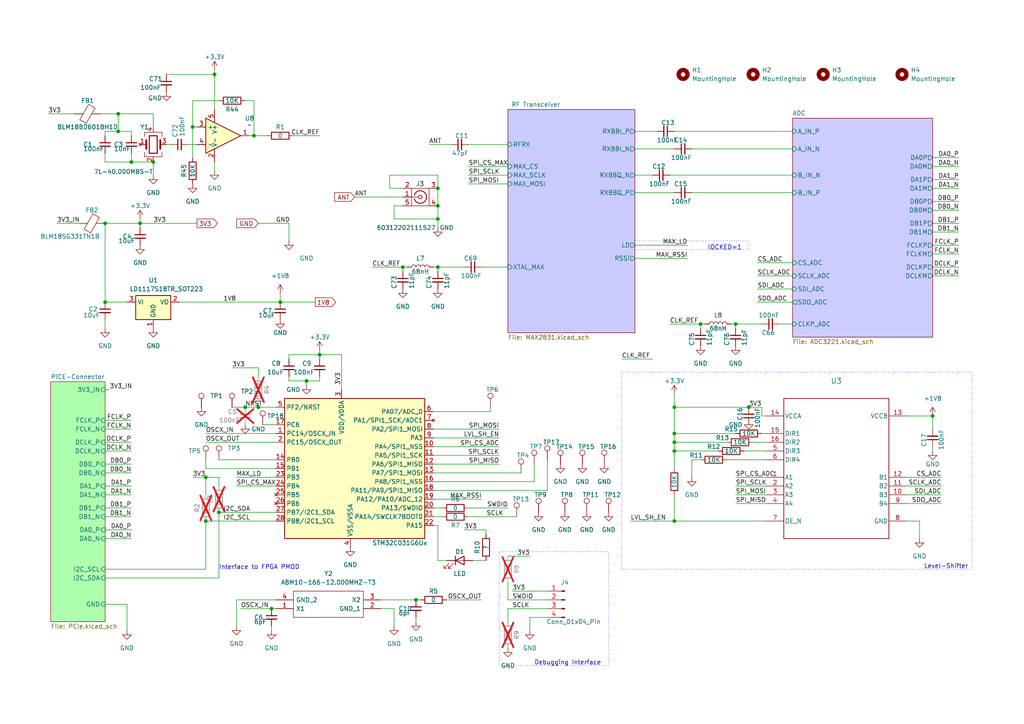
<source format=kicad_sch>
(kicad_sch (version 20231120) (generator "eeschema") (generator_version "8.0")
  (paper "A4")
  (title_block (title "RA-Sentinel Radio Frontend 2.4GHz") (date "2025-02-02") (rev "A") (comment 1 "Mina Daneshpajouh & Tobias Weber") (comment 2 "GNU GENERAL PUBLIC LICENSE Version 2, June 1991"))
  (lib_symbols
    (symbol "Connector:Conn_01x04_Pin" (pin_names (offset 1.016) hide)
      (property "Reference" "J" (at 0 5.08 0))
      (property "Value" "Conn_01x04_Pin" (at 0 -7.62 0))
      (symbol "Conn_01x04_Pin_1_1"
        (pin passive line (at 5.08 2.54 180) (length 3.81) (name "Pin_1") (number "1"))
        (pin passive line (at 5.08 0 180) (length 3.81) (name "Pin_2") (number "2"))
        (pin passive line (at 5.08 -2.54 180) (length 3.81) (name "Pin_3") (number "3"))
        (pin passive line (at 5.08 -5.08 180) (length 3.81) (name "Pin_4") (number "4"))
      )
    )
    (symbol "Connector:TestPoint" (pin_numbers hide) (pin_names (offset 0.762) hide)
      (property "Reference" "TP" (at 0 6.858 0))
      (property "Value" "TestPoint" (at 0 5.08 0))
      (symbol "TestPoint_1_1"
        (pin passive line (at 0 0 90) (length 2.54) (name "1") (number "1"))
      )
    )
    (symbol "Device:C_Small" (pin_numbers hide) (pin_names (offset 0.254) hide)
      (property "Reference" "C" (at 0.254 1.778 0))
      (property "Value" "C_Small" (at 0.254 -2.032 0))
      (symbol "C_Small_1_1"
        (pin passive line (at 0 2.54 270) (length 2.032) (name "~") (number "1"))
        (pin passive line (at 0 -2.54 90) (length 2.032) (name "~") (number "2"))
      )
    )
    (symbol "Device:Crystal_GND24" (pin_names (offset 1.016) hide)
      (property "Reference" "Y1" (at -2.54 -5.08 0))
      (property "Value" "7L-40.000MBS-T" (at 8.89 5.08 0))
      (symbol "Crystal_GND24_1_1"
        (pin no_connect line (at -3.81 0 0) (length 1.27) (name "1") (number "1"))
        (pin passive line (at 0 5.08 270) (length 1.27) (name "2") (number "2"))
        (pin passive line (at 3.81 0 180) (length 1.27) (name "3") (number "3"))
        (pin passive line (at 0 -5.08 90) (length 1.27) (name "4") (number "4"))
      )
    )
    (symbol "Device:FerriteBead" (pin_numbers hide) (pin_names (offset 0))
      (property "Reference" "FB" (at -3.81 0.635 90))
      (property "Value" "FerriteBead" (at 3.81 0 90))
      (symbol "FerriteBead_1_1"
        (pin passive line (at 0 3.81 270) (length 2.54) (name "~") (number "1"))
        (pin passive line (at 0 -3.81 90) (length 2.54) (name "~") (number "2"))
      )
    )
    (symbol "Device:L" (pin_numbers hide) (pin_names (offset 1.016) hide)
      (property "Reference" "L" (at -1.27 0 90))
      (property "Value" "L" (at 1.905 0 90))
      (symbol "L_1_1"
        (pin passive line (at 0 3.81 270) (length 1.27) (name "1") (number "1"))
        (pin passive line (at 0 -3.81 90) (length 1.27) (name "2") (number "2"))
      )
    )
    (symbol "Device:LED" (pin_numbers hide) (pin_names (offset 1.016) hide)
      (property "Reference" "D" (at 0 2.54 0))
      (property "Value" "LED" (at 0 -2.54 0))
      (symbol "LED_1_1"
        (pin passive line (at -3.81 0 0) (length 2.54) (name "K") (number "1"))
        (pin passive line (at 3.81 0 180) (length 2.54) (name "A") (number "2"))
      )
    )
    (symbol "Device:R" (pin_numbers hide) (pin_names (offset 0))
      (property "Reference" "R" (at 2.032 0 90))
      (property "Value" "R" (at 0 0 90))
      (symbol "R_1_1"
        (pin passive line (at 0 3.81 270) (length 1.27) (name "~") (number "1"))
        (pin passive line (at 0 -3.81 90) (length 1.27) (name "~") (number "2"))
      )
    )
    (symbol "FerriteBead_1" (pin_numbers hide) (pin_names (offset 0))
      (property "Reference" "FB2" (at 3.81 0 90))
      (property "Value" "BLM18SG331TN1B" (at -3.81 6.35 90))
      (symbol "FerriteBead_1_1_1"
        (pin input line (at 0 3.81 270) (length 2.54) (name "~") (number "1"))
        (pin power_out line (at 0 -3.81 90) (length 2.54) (name "~") (number "2"))
      )
    )
    (symbol "GND_1" (power) (pin_numbers hide) (pin_names (offset 0) hide)
      (property "Value" "GND_1" (at 0 -3.81 0))
      (symbol "GND_1_1_1"
        (pin power_in line (at 0 0 270) (length 0) hide (name "GND") (number "1"))
      )
    )
    (symbol "GND_10" (power) (pin_numbers hide) (pin_names (offset 0) hide)
      (property "Value" "GND_10" (at 0 -3.81 0))
      (symbol "GND_10_1_1"
        (pin power_in line (at 0 0 270) (length 0) hide (name "GND") (number "1"))
      )
    )
    (symbol "GND_11" (power) (pin_numbers hide) (pin_names (offset 0) hide)
      (property "Value" "GND_11" (at 0 -3.81 0))
      (symbol "GND_11_1_1"
        (pin power_in line (at 0 0 270) (length 0) hide (name "GND") (number "1"))
      )
    )
    (symbol "GND_12" (power) (pin_numbers hide) (pin_names (offset 0) hide)
      (property "Value" "GND_12" (at 0 -3.81 0))
      (symbol "GND_12_1_1"
        (pin power_in line (at 0 0 270) (length 0) hide (name "GND") (number "1"))
      )
    )
    (symbol "GND_13" (power) (pin_numbers hide) (pin_names (offset 0) hide)
      (property "Value" "GND_13" (at 0 -3.81 0))
      (symbol "GND_13_1_1"
        (pin power_in line (at 0 0 270) (length 0) hide (name "GND") (number "1"))
      )
    )
    (symbol "GND_14" (power) (pin_numbers hide) (pin_names (offset 0) hide)
      (property "Value" "GND_14" (at 0 -3.81 0))
      (symbol "GND_14_1_1"
        (pin power_in line (at 0 0 270) (length 0) hide (name "GND") (number "1"))
      )
    )
    (symbol "GND_2" (power) (pin_numbers hide) (pin_names (offset 0) hide)
      (property "Value" "GND_2" (at 0 -3.81 0))
      (symbol "GND_2_1_1"
        (pin power_in line (at 0 0 270) (length 0) hide (name "GND") (number "1"))
      )
    )
    (symbol "GND_3" (power) (pin_numbers hide) (pin_names (offset 0) hide)
      (property "Value" "GND_3" (at 0 -3.81 0))
      (symbol "GND_3_1_1"
        (pin power_in line (at 0 0 270) (length 0) hide (name "GND") (number "1"))
      )
    )
    (symbol "GND_4" (power) (pin_numbers hide) (pin_names (offset 0) hide)
      (property "Value" "GND_4" (at 0 -3.81 0))
      (symbol "GND_4_1_1"
        (pin power_in line (at 0 0 270) (length 0) hide (name "GND") (number "1"))
      )
    )
    (symbol "GND_5" (power) (pin_numbers hide) (pin_names (offset 0) hide)
      (property "Value" "GND_5" (at 0 -3.81 0))
      (symbol "GND_5_1_1"
        (pin power_in line (at 0 0 270) (length 0) hide (name "GND") (number "1"))
      )
    )
    (symbol "GND_6" (power) (pin_numbers hide) (pin_names (offset 0) hide)
      (property "Value" "GND_6" (at 0 -3.81 0))
      (symbol "GND_6_1_1"
        (pin power_in line (at 0 0 270) (length 0) hide (name "GND") (number "1"))
      )
    )
    (symbol "GND_7" (power) (pin_numbers hide) (pin_names (offset 0) hide)
      (property "Value" "GND_7" (at 0 -3.81 0))
      (symbol "GND_7_1_1"
        (pin power_in line (at 0 0 270) (length 0) hide (name "GND") (number "1"))
      )
    )
    (symbol "GND_8" (power) (pin_numbers hide) (pin_names (offset 0) hide)
      (property "Value" "GND_8" (at 0 -3.81 0))
      (symbol "GND_8_1_1"
        (pin power_in line (at 0 0 270) (length 0) hide (name "GND") (number "1"))
      )
    )
    (symbol "GND_9" (power) (pin_numbers hide) (pin_names (offset 0) hide)
      (property "Value" "GND_9" (at 0 -3.81 0))
      (symbol "GND_9_1_1"
        (pin power_in line (at 0 0 270) (length 0) hide (name "GND") (number "1"))
      )
    )
    (symbol "MCU_ST_STM32C0:STM32C031G6Ux"
      (property "Value" "STM32C031G6Ux" (at 15.24 -21.59 0))
      (symbol "STM32C031G6Ux_1_1"
        (pin bidirectional line (at -12.7 10.16 0) (length 2.54) (name "PC14/OSCX_IN") (number "1"))
        (pin bidirectional line (at 33.02 6.35 180) (length 2.54) (name "PA4/SPI1_NSS") (number "10"))
        (pin bidirectional line (at 33.02 3.81 180) (length 2.54) (name "PA5/SPI1_SCK") (number "11"))
        (pin bidirectional line (at 33.02 1.27 180) (length 2.54) (name "PA6/SPI1_MISO") (number "12"))
        (pin bidirectional line (at 33.02 -1.27 180) (length 2.54) (name "PA7/SPI1_MOSI") (number "13"))
        (pin bidirectional line (at -12.7 2.54 0) (length 2.54) (name "PB0") (number "14"))
        (pin bidirectional line (at -12.7 0 0) (length 2.54) (name "PB1") (number "15"))
        (pin bidirectional line (at 33.02 -3.81 180) (length 2.54) (name "PA8/SPI1_NSS") (number "16"))
        (pin bidirectional line (at -12.7 12.7 0) (length 2.54) (name "PC6") (number "17"))
        (pin bidirectional line (at 33.02 -6.35 180) (length 2.54) (name "PA11/PA9/SPI1_MISO") (number "18"))
        (pin bidirectional line (at 33.02 -8.89 180) (length 2.54) (name "PA12/PA10/ADC_12") (number "19"))
        (pin bidirectional line (at -12.7 7.62 0) (length 2.54) (name "PC15/OSCX_OUT") (number "2"))
        (pin bidirectional line (at 33.02 -11.43 180) (length 2.54) (name "PA13/SWDIO") (number "20"))
        (pin bidirectional line (at 33.02 -13.97 180) (length 2.54) (name "PA14/SWCLK7BOOT0") (number "21"))
        (pin bidirectional line (at 33.02 -16.51 180) (length 2.54) (name "PA15") (number "22"))
        (pin bidirectional line (at -12.7 -2.54 0) (length 2.54) (name "PB3") (number "23"))
        (pin output line (at -12.7 -5.08 0) (length 2.54) (name "PB4") (number "24"))
        (pin no_connect line (at -12.7 -7.62 0) (length 2.54) (name "PB5") (number "25"))
        (pin no_connect line (at -12.7 -10.16 0) (length 2.54) (name "PB6") (number "26"))
        (pin bidirectional line (at -12.7 -12.7 0) (length 2.54) (name "PB7/I2C1_SDA") (number "27"))
        (pin bidirectional line (at -12.7 -15.24 0) (length 2.54) (name "PB8/I2C1_SCL") (number "28"))
        (pin power_in line (at 6.35 22.86 270) (length 2.54) (name "VDD/VDDA") (number "3"))
        (pin power_in line (at 8.89 -22.86 90) (length 2.54) (name "VSS/VSSA") (number "4"))
        (pin bidirectional line (at -12.7 17.78 0) (length 2.54) (name "PF2/NRST") (number "5"))
        (pin bidirectional line (at 33.02 16.51 180) (length 2.54) (name "PA07/ADC_0") (number "6"))
        (pin no_connect line (at 33.02 13.97 180) (length 2.54) (name "PA1/SPI1_SCK/ADC1") (number "7"))
        (pin bidirectional line (at 33.02 11.43 180) (length 2.54) (name "PA2/SPI1_MOSI") (number "8"))
        (pin bidirectional line (at 33.02 8.89 180) (length 2.54) (name "PA3") (number "9"))
      )
    )
    (symbol "Mechanical:MountingHole" (pin_names (offset 1.016))
      (property "Reference" "H" (at 0 5.08 0))
      (property "Value" "MountingHole" (at 0 3.175 0))
    )
    (symbol "RA-Sentinel_FE_Library:ABM10-166-12.000MHZ-T3" (pin_names (offset 0.762))
      (property "Reference" "Y" (at 22.86 -6.35 0))
      (property "Value" "ABM10-166-12.000MHZ-T3" (at 5.08 3.81 0))
      (symbol "ABM10-166-12.000MHZ-T3_0_0"
        (pin passive line (at 0 -2.54 0) (length 5.08) (name "X1") (number "1"))
        (pin passive line (at 30.48 -2.54 180) (length 5.08) (name "GND_1") (number "2"))
        (pin passive line (at 30.48 0 180) (length 5.08) (name "X2") (number "3"))
        (pin passive line (at 0 0 0) (length 5.08) (name "GND_2") (number "4"))
      )
    )
    (symbol "RA-Sentinel_FE_Library:GS8051-TR"
      (property "Reference" "U" (at 0 0 0))
      (property "Value" "GS8051-TR" (at 0 0 0))
      (symbol "GS8051-TR_0_1"
        (pin power_in line (at -6.35 -2.54 90) (length 3.81) (name "V-") (number "2"))
        (pin power_in line (at -6.35 12.7 270) (length 3.81) (name "V+") (number "5"))
      )
      (symbol "GS8051-TR_1_1"
        (pin output line (at 3.81 5.08 180) (length 2.54) (name "~") (number "1"))
        (pin input line (at -11.43 7.62 0) (length 2.54) (name "+") (number "3"))
        (pin input line (at -11.43 2.54 0) (length 2.54) (name "-") (number "4"))
      )
    )
    (symbol "RA-Sentinel_FE_Library:SN74AXC4T774RSVR" (pin_names (offset 0.254))
      (property "Reference" "U3" (at 0 25.4 0))
      (property "Value" "SN74AXC4T774RSVR" (at 0 22.86 0))
      (symbol "SN74AXC4T774RSVR_0_1"
        (pin power_in line (at 20.32 15.24 180) (length 5.08) (name "VCCB") (number "13"))
        (pin power_in line (at -20.32 15.24 0) (length 5.08) (name "VCCA") (number "14"))
        (pin input line (at -20.32 10.16 0) (length 5.08) (name "DIR1") (number "15"))
        (pin input line (at -20.32 7.62 0) (length 5.08) (name "DIR2") (number "16"))
        (pin input line (at -20.32 5.08 0) (length 5.08) (name "DIR3") (number "5"))
        (pin input line (at -20.32 2.54 0) (length 5.08) (name "DIR4") (number "6"))
        (pin input line (at -20.32 -15.24 0) (length 5.08) (name "OE_N") (number "7"))
        (pin power_in line (at 20.32 -15.24 180) (length 5.08) (name "GND") (number "8"))
      )
      (symbol "SN74AXC4T774RSVR_1_1"
        (pin input line (at -20.32 -2.54 0) (length 5.08) (name "A1") (number "1"))
        (pin output line (at 20.32 -7.62 180) (length 5.08) (name "B3") (number "10"))
        (pin output line (at 20.32 -5.08 180) (length 5.08) (name "B2") (number "11"))
        (pin output line (at 20.32 -2.54 180) (length 5.08) (name "B1") (number "12"))
        (pin input line (at -20.32 -5.08 0) (length 5.08) (name "A2") (number "2"))
        (pin input line (at -20.32 -7.62 0) (length 5.08) (name "A3") (number "3"))
        (pin output line (at -20.32 -10.16 0) (length 5.08) (name "A4") (number "4"))
        (pin input line (at 20.32 -10.16 180) (length 5.08) (name "B4") (number "9"))
      )
    )
    (symbol "RA-Sentinel_FE_Library:WR_SMA" (pin_names (offset 1.016) hide)
      (property "Reference" "J" (at 0.254 3.048 0))
      (property "Value" "60312202111527" (at 5.08 -5.08 0))
      (symbol "WR_SMA_1_1"
        (pin passive line (at -5.08 0 0) (length 2.54) (name "1") (number "1"))
        (pin passive line (at -5.08 2.54 0) (length 2.54) (name "2") (number "2"))
        (pin passive line (at 5.08 2.54 180) (length 2.54) (name "3") (number "3"))
        (pin passive line (at 5.08 -2.54 180) (length 2.54) (name "4") (number "4"))
        (pin passive line (at -5.08 -2.54 0) (length 2.54) (name "5") (number "5"))
      )
    )
    (symbol "Regulator_Linear:LD1117S18TR_SOT223"
      (property "Reference" "U" (at -3.81 3.175 0))
      (property "Value" "LD1117S18TR_SOT223" (at 0 3.175 0))
      (symbol "LD1117S18TR_SOT223_1_1"
        (pin power_in line (at 0 -7.62 90) (length 2.54) (name "GND") (number "1"))
        (pin power_out line (at 7.62 0 180) (length 2.54) (name "VO") (number "2"))
        (pin power_in line (at -7.62 0 0) (length 2.54) (name "VI") (number "3"))
      )
    )
    (symbol "power:+1V8" (power) (pin_numbers hide) (pin_names (offset 0) hide)
      (property "Value" "+1V8" (at 0 3.556 0))
      (symbol "+1V8_1_1"
        (pin power_in line (at 0 0 90) (length 0) hide (name "+1V8") (number "1"))
      )
    )
    (symbol "power:+3.3V" (power) (pin_numbers hide) (pin_names (offset 0) hide)
      (property "Value" "+3.3V" (at 0 3.556 0))
      (symbol "+3.3V_1_1"
        (pin power_in line (at 0 0 90) (length 0) hide (name "+3.3V") (number "1"))
      )
    )
    (symbol "power:GND" (power) (pin_names (offset 0))
      (property "Value" "GND" (at 0 -3.81 0))
      (symbol "GND_1_1"
        (pin power_in line (at 0 0 270) (length 0) hide (name "GND") (number "1"))
      )
    )
  )
  (junction (at 127 77.47))
  (junction (at 195.58 128.27))
  (junction (at 74.93 118.11))
  (junction (at 116.84 77.47))
  (junction (at 88.9 110.49))
  (junction (at 59.69 151.13))
  (junction (at 127 54.61))
  (junction (at 195.58 151.13))
  (junction (at 195.58 130.81))
  (junction (at 195.58 118.11))
  (junction (at 81.28 87.63))
  (junction (at 63.5 148.59))
  (junction (at 30.48 87.63))
  (junction (at 195.58 125.73))
  (junction (at 213.36 93.98))
  (junction (at 217.17 118.11))
  (junction (at 71.12 118.11))
  (junction (at 44.45 46.99))
  (junction (at 59.69 138.43))
  (junction (at 127 63.5))
  (junction (at 120.65 173.99))
  (junction (at 92.71 102.87))
  (junction (at 34.29 33.02))
  (junction (at 270.51 120.65))
  (junction (at 203.2 93.98))
  (junction (at 34.29 38.1))
  (junction (at 30.48 64.77))
  (junction (at 40.64 64.77))
  (junction (at 127 59.69))
  (junction (at 38.1 46.99))
  (junction (at 78.74 176.53))
  (junction (at 73.66 39.37))
  (junction (at 62.23 21.59))
  (junction (at 55.88 36.83))
  (wire (pts (xy 59.69 138.43) (xy 63.5 138.43)))
  (wire (pts (xy 30.48 128.27) (xy 38.1 128.27)))
  (wire (pts (xy 92.71 102.87) (xy 99.06 102.87)))
  (wire (pts (xy 184.15 71.12) (xy 199.39 71.12)))
  (wire (pts (xy 113.03 54.61) (xy 116.84 54.61)))
  (wire (pts (xy 195.58 125.73) (xy 195.58 118.11)))
  (wire (pts (xy 182.88 151.13) (xy 195.58 151.13)))
  (wire (pts (xy 55.88 36.83) (xy 55.88 45.72)))
  (wire (pts (xy 142.24 118.11) (xy 142.24 119.38)))
  (wire (pts (xy 219.71 83.82) (xy 229.87 83.82)))
  (wire (pts (xy 213.36 146.05) (xy 222.25 146.05)))
  (wire (pts (xy 125.73 119.38) (xy 142.24 119.38)))
  (wire (pts (xy 62.23 20.32) (xy 62.23 21.59)))
  (wire (pts (xy 153.67 179.07) (xy 153.67 182.88)))
  (wire (pts (xy 69.85 176.53) (xy 78.74 176.53)))
  (wire (pts (xy 67.31 118.11) (xy 71.12 118.11)))
  (wire (pts (xy 40.64 63.5) (xy 40.64 64.77)))
  (wire (pts (xy 74.93 118.11) (xy 80.01 118.11)))
  (wire (pts (xy 59.69 165.1) (xy 59.69 151.13)))
  (wire (pts (xy 110.49 176.53) (xy 114.3 176.53)))
  (wire (pts (xy 30.48 46.99) (xy 30.48 44.45)))
  (wire (pts (xy 83.82 102.87) (xy 92.71 102.87)))
  (wire (pts (xy 217.17 118.11) (xy 220.98 118.11)))
  (wire (pts (xy 59.69 133.35) (xy 59.69 135.89)))
  (wire (pts (xy 229.87 76.2) (xy 219.71 76.2)))
  (wire (pts (xy 59.69 138.43) (xy 59.69 143.51)))
  (wire (pts (xy 68.58 140.97) (xy 80.01 140.97)))
  (wire (pts (xy 30.48 149.86) (xy 38.1 149.86)))
  (wire (pts (xy 113.03 54.61) (xy 113.03 50.8)))
  (wire (pts (xy 30.48 143.51) (xy 38.1 143.51)))
  (wire (pts (xy 38.1 38.1) (xy 38.1 39.37)))
  (wire (pts (xy 270.51 73.66) (xy 278.13 73.66)))
  (wire (pts (xy 195.58 128.27) (xy 195.58 130.81)))
  (wire (pts (xy 92.71 101.6) (xy 92.71 102.87)))
  (wire (pts (xy 147.32 168.91) (xy 147.32 173.99)))
  (wire (pts (xy 62.23 21.59) (xy 62.23 31.75)))
  (wire (pts (xy 30.48 165.1) (xy 59.69 165.1)))
  (wire (pts (xy 135.89 50.8) (xy 147.32 50.8)))
  (wire (pts (xy 127 162.56) (xy 129.54 162.56)))
  (wire (pts (xy 36.83 182.88) (xy 36.83 175.26)))
  (wire (pts (xy 135.89 149.86) (xy 149.86 149.86)))
  (wire (pts (xy 81.28 85.09) (xy 81.28 87.63)))
  (wire (pts (xy 125.73 152.4) (xy 127 152.4)))
  (wire (pts (xy 30.48 113.03) (xy 31.75 113.03)))
  (wire (pts (xy 30.48 134.62) (xy 38.1 134.62)))
  (wire (pts (xy 124.46 41.91) (xy 130.81 41.91)))
  (wire (pts (xy 30.48 130.81) (xy 38.1 130.81)))
  (wire (pts (xy 184.15 74.93) (xy 199.39 74.93)))
  (wire (pts (xy 30.48 137.16) (xy 38.1 137.16)))
  (wire (pts (xy 91.44 87.63) (xy 81.28 87.63)))
  (wire (pts (xy 195.58 151.13) (xy 222.25 151.13)))
  (wire (pts (xy 76.2 123.19) (xy 80.01 123.19)))
  (wire (pts (xy 71.12 29.21) (xy 73.66 29.21)))
  (wire (pts (xy 135.89 48.26) (xy 147.32 48.26)))
  (wire (pts (xy 158.75 133.35) (xy 158.75 142.24)))
  (wire (pts (xy 200.66 43.18) (xy 229.87 43.18)))
  (wire (pts (xy 30.48 147.32) (xy 38.1 147.32)))
  (wire (pts (xy 270.51 45.72) (xy 278.13 45.72)))
  (wire (pts (xy 203.2 93.98) (xy 203.2 95.25)))
  (wire (pts (xy 125.73 132.08) (xy 144.78 132.08)))
  (wire (pts (xy 127 77.47) (xy 127 78.74)))
  (wire (pts (xy 270.51 77.47) (xy 278.13 77.47)))
  (wire (pts (xy 83.82 110.49) (xy 83.82 109.22)))
  (wire (pts (xy 220.98 120.65) (xy 222.25 120.65)))
  (wire (pts (xy 135.89 53.34) (xy 147.32 53.34)))
  (wire (pts (xy 213.36 138.43) (xy 222.25 138.43)))
  (wire (pts (xy 203.2 133.35) (xy 200.66 133.35)))
  (wire (pts (xy 125.73 124.46) (xy 144.78 124.46)))
  (wire (pts (xy 125.73 142.24) (xy 158.75 142.24)))
  (wire (pts (xy 73.66 39.37) (xy 72.39 39.37)))
  (wire (pts (xy 30.48 38.1) (xy 30.48 39.37)))
  (wire (pts (xy 137.16 162.56) (xy 140.97 162.56)))
  (wire (pts (xy 59.69 128.27) (xy 80.01 128.27)))
  (wire (pts (xy 195.58 128.27) (xy 195.58 125.73)))
  (wire (pts (xy 92.71 102.87) (xy 92.71 104.14)))
  (wire (pts (xy 262.89 151.13) (xy 266.7 151.13)))
  (wire (pts (xy 92.71 110.49) (xy 88.9 110.49)))
  (wire (pts (xy 88.9 110.49) (xy 83.82 110.49)))
  (wire (pts (xy 270.51 64.77) (xy 278.13 64.77)))
  (wire (pts (xy 270.51 60.96) (xy 278.13 60.96)))
  (wire (pts (xy 140.97 154.94) (xy 140.97 153.67)))
  (wire (pts (xy 195.58 118.11) (xy 217.17 118.11)))
  (wire (pts (xy 262.89 120.65) (xy 270.51 120.65)))
  (wire (pts (xy 114.3 63.5) (xy 127 63.5)))
  (wire (pts (xy 128.27 147.32) (xy 125.73 147.32)))
  (wire (pts (xy 128.27 149.86) (xy 125.73 149.86)))
  (wire (pts (xy 30.48 64.77) (xy 40.64 64.77)))
  (wire (pts (xy 55.88 36.83) (xy 57.15 36.83)))
  (wire (pts (xy 127 54.61) (xy 127 59.69)))
  (wire (pts (xy 78.74 176.53) (xy 80.01 176.53)))
  (wire (pts (xy 184.15 38.1) (xy 190.5 38.1)))
  (wire (pts (xy 270.51 52.07) (xy 278.13 52.07)))
  (wire (pts (xy 59.69 151.13) (xy 80.01 151.13)))
  (wire (pts (xy 121.92 173.99) (xy 120.65 173.99)))
  (wire (pts (xy 85.09 39.37) (xy 92.71 39.37)))
  (wire (pts (xy 63.5 140.97) (xy 63.5 138.43)))
  (wire (pts (xy 270.51 130.81) (xy 270.51 129.54)))
  (wire (pts (xy 127 152.4) (xy 127 162.56)))
  (wire (pts (xy 30.48 38.1) (xy 34.29 38.1)))
  (wire (pts (xy 270.51 80.01) (xy 278.13 80.01)))
  (wire (pts (xy 195.58 143.51) (xy 195.58 151.13)))
  (wire (pts (xy 40.64 64.77) (xy 57.15 64.77)))
  (wire (pts (xy 125.73 134.62) (xy 144.78 134.62)))
  (wire (pts (xy 92.71 110.49) (xy 92.71 109.22)))
  (wire (pts (xy 127 77.47) (xy 134.62 77.47)))
  (wire (pts (xy 195.58 114.3) (xy 195.58 118.11)))
  (wire (pts (xy 34.29 38.1) (xy 38.1 38.1)))
  (wire (pts (xy 74.93 116.84) (xy 74.93 118.11)))
  (wire (pts (xy 212.09 93.98) (xy 213.36 93.98)))
  (wire (pts (xy 48.26 41.91) (xy 49.53 41.91)))
  (wire (pts (xy 80.01 135.89) (xy 59.69 135.89)))
  (wire (pts (xy 113.03 50.8) (xy 127 50.8)))
  (wire (pts (xy 62.23 46.99) (xy 62.23 49.53)))
  (wire (pts (xy 213.36 93.98) (xy 220.98 93.98)))
  (wire (pts (xy 262.89 140.97) (xy 273.05 140.97)))
  (wire (pts (xy 63.5 148.59) (xy 80.01 148.59)))
  (wire (pts (xy 262.89 146.05) (xy 273.05 146.05)))
  (wire (pts (xy 48.26 21.59) (xy 62.23 21.59)))
  (wire (pts (xy 213.36 143.51) (xy 222.25 143.51)))
  (wire (pts (xy 125.73 144.78) (xy 139.7 144.78)))
  (wire (pts (xy 125.73 127) (xy 144.78 127)))
  (wire (pts (xy 74.93 109.22) (xy 74.93 106.68)))
  (wire (pts (xy 184.15 50.8) (xy 189.23 50.8)))
  (wire (pts (xy 218.44 128.27) (xy 222.25 128.27)))
  (wire (pts (xy 266.7 151.13) (xy 266.7 156.21)))
  (wire (pts (xy 125.73 139.7) (xy 154.94 139.7)))
  (wire (pts (xy 195.58 128.27) (xy 210.82 128.27)))
  (wire (pts (xy 102.87 57.15) (xy 116.84 57.15)))
  (wire (pts (xy 195.58 130.81) (xy 195.58 135.89)))
  (wire (pts (xy 127 50.8) (xy 127 54.61)))
  (wire (pts (xy 30.48 167.64) (xy 63.5 167.64)))
  (wire (pts (xy 68.58 173.99) (xy 68.58 181.61)))
  (wire (pts (xy 147.32 161.29) (xy 153.67 161.29)))
  (wire (pts (xy 73.66 29.21) (xy 73.66 39.37)))
  (wire (pts (xy 195.58 130.81) (xy 208.28 130.81)))
  (wire (pts (xy 68.58 138.43) (xy 80.01 138.43)))
  (wire (pts (xy 200.66 55.88) (xy 229.87 55.88)))
  (wire (pts (xy 59.69 125.73) (xy 80.01 125.73)))
  (wire (pts (xy 38.1 46.99) (xy 44.45 46.99)))
  (wire (pts (xy 148.59 171.45) (xy 158.75 171.45)))
  (wire (pts (xy 30.48 95.25) (xy 30.48 92.71)))
  (wire (pts (xy 125.73 129.54) (xy 144.78 129.54)))
  (wire (pts (xy 38.1 44.45) (xy 38.1 46.99)))
  (wire (pts (xy 74.93 64.77) (xy 83.82 64.77)))
  (wire (pts (xy 63.5 29.21) (xy 55.88 29.21)))
  (wire (pts (xy 270.51 67.31) (xy 278.13 67.31)))
  (wire (pts (xy 129.54 173.99) (xy 139.7 173.99)))
  (wire (pts (xy 270.51 54.61) (xy 278.13 54.61)))
  (wire (pts (xy 88.9 110.49) (xy 88.9 111.76)))
  (wire (pts (xy 120.65 173.99) (xy 110.49 173.99)))
  (wire (pts (xy 34.29 33.02) (xy 34.29 38.1)))
  (wire (pts (xy 13.97 33.02) (xy 21.59 33.02)))
  (wire (pts (xy 127 59.69) (xy 127 63.5)))
  (wire (pts (xy 71.12 118.11) (xy 74.93 118.11)))
  (wire (pts (xy 195.58 38.1) (xy 229.87 38.1)))
  (wire (pts (xy 210.82 133.35) (xy 222.25 133.35)))
  (wire (pts (xy 78.74 182.88) (xy 78.74 181.61)))
  (wire (pts (xy 34.29 33.02) (xy 44.45 33.02)))
  (wire (pts (xy 36.83 175.26) (xy 30.48 175.26)))
  (wire (pts (xy 116.84 77.47) (xy 116.84 78.74)))
  (wire (pts (xy 139.7 77.47) (xy 147.32 77.47)))
  (wire (pts (xy 220.98 125.73) (xy 222.25 125.73)))
  (wire (pts (xy 44.45 46.99) (xy 44.45 50.8)))
  (wire (pts (xy 30.48 156.21) (xy 38.1 156.21)))
  (wire (pts (xy 262.89 138.43) (xy 273.05 138.43)))
  (wire (pts (xy 114.3 176.53) (xy 114.3 181.61)))
  (wire (pts (xy 217.17 121.92) (xy 217.17 123.19)))
  (wire (pts (xy 158.75 179.07) (xy 153.67 179.07)))
  (wire (pts (xy 134.62 153.67) (xy 140.97 153.67)))
  (wire (pts (xy 77.47 39.37) (xy 73.66 39.37)))
  (wire (pts (xy 194.31 93.98) (xy 203.2 93.98)))
  (wire (pts (xy 30.48 140.97) (xy 38.1 140.97)))
  (wire (pts (xy 215.9 130.81) (xy 222.25 130.81)))
  (wire (pts (xy 184.15 55.88) (xy 195.58 55.88)))
  (wire (pts (xy 83.82 64.77) (xy 83.82 69.85)))
  (wire (pts (xy 262.89 143.51) (xy 273.05 143.51)))
  (wire (pts (xy 54.61 41.91) (xy 57.15 41.91)))
  (wire (pts (xy 200.66 133.35) (xy 200.66 138.43)))
  (wire (pts (xy 127 63.5) (xy 127 66.04)))
  (wire (pts (xy 30.48 153.67) (xy 38.1 153.67)))
  (wire (pts (xy 270.51 120.65) (xy 270.51 124.46)))
  (wire (pts (xy 80.01 133.35) (xy 63.5 133.35)))
  (wire (pts (xy 184.15 43.18) (xy 195.58 43.18)))
  (wire (pts (xy 147.32 176.53) (xy 158.75 176.53)))
  (wire (pts (xy 44.45 36.83) (xy 44.45 33.02)))
  (wire (pts (xy 147.32 173.99) (xy 158.75 173.99)))
  (wire (pts (xy 125.73 77.47) (xy 127 77.47)))
  (wire (pts (xy 114.3 59.69) (xy 114.3 63.5)))
  (wire (pts (xy 180.34 104.14) (xy 189.23 104.14)))
  (wire (pts (xy 213.36 140.97) (xy 222.25 140.97)))
  (wire (pts (xy 203.2 93.98) (xy 204.47 93.98)))
  (wire (pts (xy 220.98 118.11) (xy 220.98 120.65)))
  (wire (pts (xy 83.82 102.87) (xy 83.82 104.14)))
  (wire (pts (xy 63.5 167.64) (xy 63.5 148.59)))
  (wire (pts (xy 55.88 29.21) (xy 55.88 36.83)))
  (wire (pts (xy 125.73 137.16) (xy 151.13 137.16)))
  (wire (pts (xy 40.64 64.77) (xy 40.64 66.04)))
  (wire (pts (xy 219.71 87.63) (xy 229.87 87.63)))
  (wire (pts (xy 30.48 87.63) (xy 36.83 87.63)))
  (wire (pts (xy 270.51 58.42) (xy 278.13 58.42)))
  (wire (pts (xy 195.58 125.73) (xy 213.36 125.73)))
  (wire (pts (xy 154.94 134.62) (xy 154.94 139.7)))
  (wire (pts (xy 116.84 77.47) (xy 118.11 77.47)))
  (wire (pts (xy 135.89 147.32) (xy 147.32 147.32)))
  (wire (pts (xy 16.51 64.77) (xy 22.86 64.77)))
  (wire (pts (xy 99.06 102.87) (xy 99.06 113.03)))
  (wire (pts (xy 30.48 121.92) (xy 38.1 121.92)))
  (wire (pts (xy 270.51 48.26) (xy 278.13 48.26)))
  (wire (pts (xy 135.89 41.91) (xy 147.32 41.91)))
  (wire (pts (xy 30.48 87.63) (xy 30.48 64.77)))
  (wire (pts (xy 147.32 180.34) (xy 147.32 176.53)))
  (wire (pts (xy 120.65 180.34) (xy 120.65 179.07)))
  (wire (pts (xy 30.48 46.99) (xy 38.1 46.99)))
  (wire (pts (xy 29.21 33.02) (xy 34.29 33.02)))
  (wire (pts (xy 114.3 59.69) (xy 116.84 59.69)))
  (wire (pts (xy 52.07 87.63) (xy 81.28 87.63)))
  (wire (pts (xy 270.51 71.12) (xy 278.13 71.12)))
  (wire (pts (xy 67.31 106.68) (xy 74.93 106.68)))
  (wire (pts (xy 80.01 173.99) (xy 68.58 173.99)))
  (wire (pts (xy 213.36 93.98) (xy 213.36 95.25)))
  (wire (pts (xy 55.88 138.43) (xy 59.69 138.43)))
  (wire (pts (xy 30.48 124.46) (xy 38.1 124.46)))
  (wire (pts (xy 219.71 80.01) (xy 229.87 80.01)))
  (wire (pts (xy 226.06 93.98) (xy 229.87 93.98)))
  (wire (pts (xy 107.95 77.47) (xy 116.84 77.47)))
  (wire (pts (xy 194.31 50.8) (xy 229.87 50.8)))
  (rectangle (start 144.78 160.02) (end 176.53 193.04) (stroke (width 0) (type dot)))
  (rectangle (start 180.34 107.95) (end 281.94 165.1) (stroke (width 0) (type dot)))
  (rectangle (start 95.25 147.32) (end 95.25 147.32))
  (rectangle (start 184.15 69.85) (end 217.17 72.39) (stroke (width 0) (type dot)))
  (text "Debugging Interface\n" (at 154.94 193.04 0) (effects (font (size 1.27 1.27)) (justify left bottom)))
  (text "Level-Shifter\n" (at 267.97 165.1 0) (effects (font (size 1.27 1.27)) (justify left bottom)))
  (text "Interface to FPGA PMOD\n" (at 63.5 165.354 0) (effects (font (size 1.27 1.27)) (justify left bottom)))
  (text "lOCKED=1\n" (at 205.232 72.644 0) (effects (font (size 1.27 1.27)) (justify left bottom)))
  (label "DB1_N" (at 278.13 67.31 180))
  (label "FCLK_P" (at 278.13 71.12 180))
  (label "I2C_SDA" (at 64.77 148.59 0))
  (label "DB0_N" (at 38.1 137.16 180))
  (label "DCLK_N" (at 278.13 80.01 180))
  (label "CLK_REF" (at 107.95 77.47 0))
  (label "SPI_CS_ADC" (at 213.36 138.43 0))
  (label "MAX_RSSI" (at 139.7 144.78 180))
  (label "3V3" (at 217.17 118.11 0))
  (label "3V3" (at 134.62 153.67 0))
  (label "ANT" (at 124.46 41.91 0))
  (label "SPI_SCLK" (at 213.36 140.97 0))
  (label "LVL_SH_EN" (at 144.78 127 180))
  (label "DB1_P" (at 38.1 147.32 180))
  (label "DCLK_N" (at 38.1 130.81 180))
  (label "MAX_LD" (at 199.39 71.12 180))
  (label "SWDIO" (at 147.32 147.32 180))
  (label "SPI_CS_ADC" (at 144.78 129.54 180))
  (label "SCLK_ADC" (at 219.71 80.01 0))
  (label "GND" (at 80.01 64.77 0))
  (label "SDI_ADC" (at 219.71 83.82 0))
  (label "DB0_N" (at 278.13 60.96 180))
  (label "3V3" (at 153.67 161.29 180))
  (label "SCLK" (at 146.05 149.86 180))
  (label "DA1_N" (at 278.13 54.61 180))
  (label "DA0_P" (at 38.1 153.67 180))
  (label "CS_ADC" (at 273.05 138.43 180))
  (label "DCLK_P" (at 278.13 77.47 180))
  (label "SCLK" (at 148.59 176.53 0))
  (label "OSCX_IN" (at 69.85 176.53 0))
  (label "SPI_CS_MAX" (at 135.89 48.26 0))
  (label "LVL_SH_EN" (at 182.88 151.13 0))
  (label "DA0_P" (at 278.13 45.72 180))
  (label "I2C_SCL" (at 64.77 151.13 0))
  (label "DB1_P" (at 278.13 64.77 180))
  (label "DA0_N" (at 278.13 48.26 180))
  (label "ANT" (at 102.87 57.15 0))
  (label "SDI_ADC" (at 273.05 143.51 180))
  (label "CS_ADC" (at 219.71 76.2 0))
  (label "SPI_MOSI" (at 135.89 53.34 0))
  (label "OSCX_IN" (at 59.69 125.73 0))
  (label "1V8" (at 64.77 87.63 0))
  (label "SPI_CS_MAX" (at 68.58 140.97 0))
  (label "SDO_ADC" (at 273.05 146.05 180))
  (label "FCLK_P" (at 38.1 121.92 180))
  (label "OSCX_OUT" (at 59.69 128.27 0))
  (label "DA0_N" (at 38.1 156.21 180))
  (label "SPI_SCLK" (at 144.78 132.08 180))
  (label "3V3" (at 67.31 106.68 0))
  (label "3V3" (at 55.88 138.43 0))
  (label "CLK_REF" (at 194.31 93.98 0))
  (label "3V3_IN" (at 31.75 113.03 0))
  (label "DB0_P" (at 278.13 58.42 180))
  (label "SPI_MOSI" (at 144.78 124.46 180))
  (label "MAX_RSSI" (at 199.39 74.93 180))
  (label "DB1_N" (at 38.1 149.86 180))
  (label "SPI_SCLK" (at 135.89 50.8 0))
  (label "DA1_P" (at 278.13 52.07 180))
  (label "DA1_N" (at 38.1 143.51 180))
  (label "SPI_MISO" (at 213.36 146.05 0))
  (label "SWDIO" (at 148.59 173.99 0))
  (label "SCLK_ADC" (at 273.05 140.97 180))
  (label "FCLK_N" (at 278.13 73.66 180))
  (label "3V3" (at 148.59 171.45 0))
  (label "NRST" (at 71.12 118.11 0))
  (label "DA1_P" (at 38.1 140.97 180))
  (label "SDO_ADC" (at 219.71 87.63 0))
  (label "FCLK_N" (at 38.1 124.46 180))
  (label "MAX_LD" (at 68.58 138.43 0))
  (label "OSCX_OUT" (at 139.7 173.99 180))
  (label "CLK_REF" (at 92.71 39.37 180))
  (label "CLK_REF" (at 180.34 104.14 0))
  (label "DCLK_P" (at 38.1 128.27 180))
  (label "3V3" (at 13.97 33.02 0))
  (label "SPI_MISO" (at 144.78 134.62 180))
  (label "DB0_P" (at 38.1 134.62 180))
  (label "SPI_MOSI" (at 213.36 143.51 0))
  (label "3V3" (at 99.06 107.95 270))
  (label "3V3_IN" (at 16.51 64.77 0))
  (label "3V3" (at 44.45 64.77 0))
  (global_label "3V3" (shape output) (at 57.15 64.77 0) (property "Intersheetrefs" "${INTERSHEET_REFS}" (effects (hide yes))))
  (global_label "GND" (shape input) (at 74.93 64.77 180) (property "Intersheetrefs" "${INTERSHEET_REFS}" (effects (hide yes))))
  (global_label "1V8" (shape output) (at 91.44 87.63 0) (property "Intersheetrefs" "${INTERSHEET_REFS}" (effects (hide yes))))
  (global_label "ANT" (shape input) (at 102.87 57.15 180) (property "Intersheetrefs" "${INTERSHEET_REFS}" (effects (hide yes))))
  (symbol (lib_id "Device:C_Small") (at 203.2 97.79 0) (unit 1)
    (property "Reference" "C75" (at 200.66 100.33 90) (effects (justify left)))
    (property "Value" "11pF" (at 205.74 100.33 90) (effects (justify left)))
    (property "Footprint" "Capacitor_SMD:C_0603_1608Metric" (effects (hide yes)))
  )
  (symbol (lib_name "GND_6") (lib_id "power:GND") (at 55.88 53.34 0) (unit 1)
    (property "Reference" "#PWR062" (effects (hide yes)))
    (property "Value" "GND" (at 55.88 58.42 0))
  )
  (symbol (lib_id "power:+1V8") (at 270.51 120.65 0) (unit 1)
    (property "Reference" "#PWR026" (effects (hide yes)))
    (property "Value" "+1V8" (at 270.51 115.57 0))
  )
  (symbol (lib_id "Device:C_Small") (at 92.71 106.68 0) (unit 1)
    (property "Reference" "C9" (at 87.63 105.41 0) (effects (justify left)))
    (property "Value" "100nF" (at 85.09 107.95 0) (effects (justify left)))
    (property "Footprint" "Capacitor_SMD:C_0603_1608Metric" (effects (hide yes)))
  )
  (symbol (lib_id "Device:C_Small") (at 217.17 120.65 180) (unit 1)
    (property "Reference" "C16" (at 214.63 118.11 90) (effects (justify left)))
    (property "Value" "100nF" (at 219.71 118.11 90) (effects (justify left)))
    (property "Footprint" "Capacitor_SMD:C_0603_1608Metric" (effects (hide yes)))
  )
  (symbol (lib_id "Connector:TestPoint") (at 156.21 148.59 0) (unit 1)
    (property "Reference" "TP9" (at 154.94 143.51 0) (effects (justify left)))
    (property "Value" "TestPoint" (effects (hide yes)))
    (property "Footprint" "TestPoint:TestPoint_Pad_1.0x1.0mm" (effects (hide yes)))
  )
  (symbol (lib_name "GND_6") (lib_id "power:GND") (at 44.45 50.8 0) (unit 1)
    (property "Reference" "#PWR04" (effects (hide yes)))
    (property "Value" "GND" (at 44.45 55.88 0))
  )
  (symbol (lib_id "RA-Sentinel_FE_Library:SN74AXC4T774RSVR") (at 242.57 135.89 0) (unit 1)
    (property "Reference" "U3" (at 242.57 110.49 0) (effects (font (size 1.524 1.524))))
    (property "Value" "SN74AXC4T774RSVR" (effects (hide yes)))
    (property "Footprint" "RA-Sentinel Front-End EVM:RSV0016A" (effects (hide yes)))
    (property "Datasheet" "SN74AXC4T774RSVR" (effects (hide yes)))
  )
  (symbol (lib_name "GND_3") (lib_id "power:GND") (at 162.56 134.62 0) (unit 1)
    (property "Reference" "#PWR053" (effects (hide yes)))
    (property "Value" "GND" (at 162.56 139.7 0))
  )
  (symbol (lib_id "power:+3.3V") (at 92.71 101.6 0) (unit 1)
    (property "Reference" "#PWR014" (effects (hide yes)))
    (property "Value" "+3.3V" (at 92.71 97.79 0))
  )
  (symbol (lib_id "RA-Sentinel_FE_Library:GS8051-TR") (at 68.58 44.45 0) (unit 1)
    (property "Reference" "U8" (at 72.39 34.3214 0))
    (property "Value" "~" (at 72.39 36.2265 0))
    (property "Footprint" "Package_TO_SOT_SMD:SOT-23-5" (effects (hide yes)))
  )
  (symbol (lib_id "Device:C_Small") (at 198.12 43.18 90) (mirror x) (unit 1)
    (property "Reference" "C14" (at 199.39 40.64 90) (effects (justify left)))
    (property "Value" "100nF" (at 200.66 45.72 90) (effects (justify left)))
    (property "Footprint" "Capacitor_SMD:C_0603_1608Metric" (effects (hide yes)))
  )
  (symbol (lib_id "Device:R") (at 212.09 130.81 270) (unit 1)
    (property "Reference" "R12" (at 207.01 129.54 90))
    (property "Value" "10K" (at 212.09 130.81 90))
    (property "Footprint" "Resistor_SMD:R_0603_1608Metric" (effects (hide yes)))
  )
  (symbol (lib_id "Device:C_Small") (at 133.35 41.91 90) (unit 1)
    (property "Reference" "C11" (at 135.89 39.37 90) (effects (justify left)))
    (property "Value" "47pF" (at 135.89 44.45 90) (effects (justify left)))
    (property "Footprint" "Capacitor_SMD:C_0603_1608Metric" (effects (hide yes)))
  )
  (symbol (lib_name "GND_1") (lib_id "power:GND") (at 266.7 156.21 0) (unit 1)
    (property "Reference" "#PWR025" (effects (hide yes)))
    (property "Value" "GND" (at 266.7 161.29 0))
  )
  (symbol (lib_id "power:+1V8") (at 81.28 85.09 0) (unit 1)
    (property "Reference" "#PWR010" (effects (hide yes)))
    (property "Value" "+1V8" (at 81.28 80.01 0))
  )
  (symbol (lib_id "Device:C_Small") (at 270.51 127 0) (mirror x) (unit 1)
    (property "Reference" "C17" (at 267.97 125.73 90) (effects (justify left)))
    (property "Value" "100nF" (at 273.05 124.46 90) (effects (justify left)))
    (property "Footprint" "Capacitor_SMD:C_0603_1608Metric" (effects (hide yes)))
  )
  (symbol (lib_id "Device:R") (at 67.31 29.21 270) (unit 1)
    (property "Reference" "R44" (at 67.31 31.75 90))
    (property "Value" "10K" (at 67.31 29.21 90))
    (property "Footprint" "Resistor_SMD:R_0603_1608Metric" (effects (hide yes)))
  )
  (symbol (lib_id "Device:C_Small") (at 81.28 90.17 0) (unit 1)
    (property "Reference" "C7" (at 76.2 90.17 0) (effects (justify left)))
    (property "Value" "10uF" (at 74.93 91.44 0) (effects (justify left)))
    (property "Footprint" "Capacitor_SMD:C_0603_1608Metric" (effects (hide yes)))
  )
  (symbol (lib_name "GND_12") (lib_id "power:GND") (at 78.74 182.88 0) (unit 1)
    (property "Reference" "#PWR09" (effects (hide yes)))
    (property "Value" "GND" (at 78.74 187.96 0))
  )
  (symbol (lib_id "Device:R") (at 55.88 49.53 180) (unit 1)
    (property "Reference" "R45" (at 53.34 49.53 90))
    (property "Value" "10K" (at 55.88 49.53 90))
    (property "Footprint" "Resistor_SMD:R_0603_1608Metric" (effects (hide yes)))
  )
  (symbol (lib_id "Device:C_Small") (at 83.82 106.68 0) (unit 1)
    (property "Reference" "C8" (at 78.74 105.41 0) (effects (justify left)))
    (property "Value" "10uF" (at 77.47 107.95 0) (effects (justify left)))
    (property "Footprint" "Capacitor_SMD:C_0603_1608Metric" (effects (hide yes)))
  )
  (symbol (lib_id "power:GND") (at 147.32 187.96 0) (unit 1)
    (property "Reference" "#PWR019" (effects (hide yes)))
    (property "Value" "GND" (at 147.32 193.04 0))
  )
  (symbol (lib_name "GND_1") (lib_id "power:GND") (at 217.17 121.92 0) (mirror y) (unit 1)
    (property "Reference" "#PWR024" (effects (hide yes)))
    (property "Value" "GND" (at 213.36 123.19 0))
  )
  (symbol (lib_id "Connector:TestPoint") (at 67.31 118.11 0) (unit 1)
    (property "Reference" "TP2" (at 69.85 113.538 0) (effects (justify left)))
    (property "Value" "TestPoint" (effects (hide yes)))
    (property "Footprint" "TestPoint:TestPoint_Pad_1.0x1.0mm" (effects (hide yes)))
  )
  (symbol (lib_name "GND_10") (lib_id "power:GND") (at 83.82 69.85 0) (unit 1)
    (property "Reference" "#PWR012" (effects (hide yes)))
    (property "Value" "GND" (at 88.9 74.93 0))
  )
  (symbol (lib_id "MCU_ST_STM32C0:STM32C031G6Ux") (at 92.71 135.89 0) (unit 1)
    (property "Reference" "U2" (effects (hide yes)))
    (property "Value" "STM32C031G6Ux" (at 107.95 157.48 0) (effects (justify left)))
    (property "Footprint" "Package_DFN_QFN:QFN-28_4x4mm_P0.5mm" (effects (hide yes)))
    (property "Datasheet" "https://www.st.com/resource/en/datasheet/stm32c031g6.pdf" (effects (hide yes)))
  )
  (symbol (lib_name "GND_3") (lib_id "power:GND") (at 163.83 148.59 0) (unit 1)
    (property "Reference" "#PWR050" (effects (hide yes)))
    (property "Value" "GND" (at 163.83 153.67 0))
  )
  (symbol (lib_id "Device:C_Small") (at 30.48 41.91 0) (unit 1)
    (property "Reference" "C1" (at 24.13 41.91 0) (effects (justify left)))
    (property "Value" "100nF" (at 24.13 43.18 0) (effects (justify left)))
    (property "Footprint" "Capacitor_SMD:C_0603_1608Metric" (effects (hide yes)))
  )
  (symbol (lib_id "Device:L") (at 121.92 77.47 90) (unit 1)
    (property "Reference" "L7" (at 121.92 74.93 90))
    (property "Value" "68nH" (at 121.92 78.74 90))
    (property "Footprint" "Inductor_SMD:L_0603_1608Metric" (effects (hide yes)))
  )
  (symbol (lib_id "Connector:TestPoint") (at 175.26 134.62 0) (unit 1)
    (property "Reference" "TP16" (at 173.99 129.54 0) (effects (justify left)))
    (property "Value" "TestPoint" (effects (hide yes)))
    (property "Footprint" "TestPoint:TestPoint_THTPad_D1.0mm_Drill0.5mm" (effects (hide yes)))
  )
  (symbol (lib_id "Device:C_Small") (at 137.16 77.47 90) (mirror x) (unit 1)
    (property "Reference" "C69" (at 138.43 74.93 90) (effects (justify left)))
    (property "Value" "100nF" (at 139.7 80.01 90) (effects (justify left)))
    (property "Footprint" "Capacitor_SMD:C_0603_1608Metric" (effects (hide yes)))
  )
  (symbol (lib_name "GND_3") (lib_id "power:GND") (at 176.53 148.59 0) (unit 1)
    (property "Reference" "#PWR052" (effects (hide yes)))
    (property "Value" "GND" (at 176.53 153.67 0))
  )
  (symbol (lib_id "Device:C_Small") (at 191.77 50.8 90) (mirror x) (unit 1)
    (property "Reference" "C12" (at 193.04 48.26 90) (effects (justify left)))
    (property "Value" "100nF" (at 194.31 53.34 90) (effects (justify left)))
    (property "Footprint" "Capacitor_SMD:C_0603_1608Metric" (effects (hide yes)))
  )
  (symbol (lib_id "Device:R") (at 195.58 139.7 0) (unit 1)
    (property "Reference" "R14" (effects (hide yes)))
    (property "Value" "10K" (at 195.58 139.7 90))
    (property "Footprint" "Resistor_SMD:R_0603_1608Metric" (effects (hide yes)))
  )
  (symbol (lib_name "GND_6") (lib_id "power:GND") (at 203.2 100.33 0) (unit 1)
    (property "Reference" "#PWR065" (effects (hide yes)))
    (property "Value" "GND" (at 203.2 105.41 0))
  )
  (symbol (lib_id "Connector:Conn_01x04_Pin") (at 163.83 173.99 0) (mirror y) (unit 1)
    (property "Reference" "J4" (at 163.83 168.91 0))
    (property "Value" "Conn_01x04_Pin" (at 166.37 180.34 0))
    (property "Footprint" "Connector_PinSocket_2.54mm:PinSocket_1x04_P2.54mm_Vertical" (effects (hide yes)))
  )
  (symbol (lib_id "Device:C_Small") (at 198.12 55.88 90) (mirror x) (unit 1)
    (property "Reference" "C15" (at 199.39 53.34 90) (effects (justify left)))
    (property "Value" "100nF" (at 200.66 58.42 90) (effects (justify left)))
    (property "Footprint" "Capacitor_SMD:C_0603_1608Metric" (effects (hide yes)))
  )
  (symbol (lib_id "Connector:TestPoint") (at 162.56 134.62 0) (unit 1)
    (property "Reference" "TP14" (at 161.29 129.54 0) (effects (justify left)))
    (property "Value" "TestPoint" (effects (hide yes)))
    (property "Footprint" "TestPoint:TestPoint_THTPad_D1.0mm_Drill0.5mm" (effects (hide yes)))
  )
  (symbol (lib_id "Device:C_Small") (at 116.84 81.28 0) (unit 1)
    (property "Reference" "C73" (at 114.3 83.82 90) (effects (justify left)))
    (property "Value" "11pF" (at 119.38 83.82 90) (effects (justify left)))
    (property "Footprint" "Capacitor_SMD:C_0603_1608Metric" (effects (hide yes)))
  )
  (symbol (lib_id "power:+3.3V") (at 62.23 20.32 0) (unit 1)
    (property "Reference" "#PWR067" (effects (hide yes)))
    (property "Value" "+3.3V" (at 62.23 16.51 0))
  )
  (symbol (lib_id "Connector:TestPoint") (at 170.18 148.59 0) (unit 1)
    (property "Reference" "TP11" (at 168.91 143.51 0) (effects (justify left)))
    (property "Value" "TestPoint" (effects (hide yes)))
    (property "Footprint" "TestPoint:TestPoint_THTPad_D1.0mm_Drill0.5mm" (effects (hide yes)))
  )
  (symbol (lib_id "Device:C_Small") (at 71.12 120.65 0) (unit 1) (dnp yes)
    (property "Reference" "C5" (at 66.04 119.38 0) (effects (justify left)))
    (property "Value" "100nF" (at 63.5 121.92 0) (effects (justify left)))
    (property "Footprint" "Capacitor_SMD:C_0603_1608Metric" (effects (hide yes)))
  )
  (symbol (lib_name "GND_6") (lib_id "power:GND") (at 62.23 49.53 0) (unit 1)
    (property "Reference" "#PWR060" (effects (hide yes)))
    (property "Value" "GND" (at 62.23 54.61 0))
  )
  (symbol (lib_id "Connector:TestPoint") (at 168.91 134.62 0) (unit 1)
    (property "Reference" "TP15" (at 167.64 129.54 0) (effects (justify left)))
    (property "Value" "TestPoint" (effects (hide yes)))
    (property "Footprint" "TestPoint:TestPoint_THTPad_D1.0mm_Drill0.5mm" (effects (hide yes)))
  )
  (symbol (lib_name "GND_12") (lib_id "power:GND") (at 120.65 180.34 0) (unit 1)
    (property "Reference" "#PWR018" (effects (hide yes)))
    (property "Value" "GND" (at 120.65 185.42 0))
  )
  (symbol (lib_name "GND_14") (lib_id "power:GND") (at 40.64 71.12 0) (unit 1)
    (property "Reference" "#PWR03" (effects (hide yes)))
    (property "Value" "GND" (at 40.64 76.2 0))
  )
  (symbol (lib_id "Device:C_Small") (at 193.04 38.1 270) (unit 1)
    (property "Reference" "C13" (at 191.77 35.56 90) (effects (justify left)))
    (property "Value" "100nF" (at 190.5 40.64 90) (effects (justify left)))
    (property "Footprint" "Capacitor_SMD:C_0603_1608Metric" (effects (hide yes)))
  )
  (symbol (lib_id "Connector:TestPoint") (at 142.24 118.11 0) (unit 1)
    (property "Reference" "TP6" (at 140.97 113.03 0) (effects (justify left)))
    (property "Value" "TestPoint" (effects (hide yes)))
    (property "Footprint" "TestPoint:TestPoint_Pad_1.0x1.0mm" (effects (hide yes)))
  )
  (symbol (lib_id "Device:C_Small") (at 223.52 93.98 90) (unit 1)
    (property "Reference" "C66" (at 224.79 96.52 90) (effects (justify left)))
    (property "Value" "100nF" (at 226.06 91.44 90) (effects (justify left)))
    (property "Footprint" "Capacitor_SMD:C_0603_1608Metric" (effects (hide yes)))
  )
  (symbol (lib_id "Mechanical:MountingHole") (at 238.76 21.59 0) (unit 1)
    (property "Reference" "H3" (at 241.3 20.3199 0) (effects (justify left)))
    (property "Value" "MountingHole" (at 241.3 22.8599 0) (effects (justify left)))
    (property "Footprint" "MountingHole:MountingHole_3.2mm_M3_ISO7380" (effects (hide yes)))
  )
  (symbol (lib_id "Connector:TestPoint") (at 58.42 118.11 0) (unit 1)
    (property "Reference" "TP1" (at 60.96 114.808 0) (effects (justify left)))
    (property "Value" "TestPoint" (effects (hide yes)))
    (property "Footprint" "TestPoint:TestPoint_THTPad_D1.0mm_Drill0.5mm" (effects (hide yes)))
  )
  (symbol (lib_name "GND_6") (lib_id "power:GND") (at 116.84 83.82 0) (unit 1)
    (property "Reference" "#PWR063" (effects (hide yes)))
    (property "Value" "GND" (at 116.84 88.9 0))
  )
  (symbol (lib_id "Device:R") (at 125.73 173.99 90) (unit 1)
    (property "Reference" "R5" (at 125.73 171.45 90))
    (property "Value" "0" (at 125.73 173.99 90))
    (property "Footprint" "Resistor_SMD:R_0603_1608Metric" (effects (hide yes)))
  )
  (symbol (lib_name "GND_12") (lib_id "power:GND") (at 153.67 182.88 0) (unit 1)
    (property "Reference" "#PWR020" (effects (hide yes)))
    (property "Value" "GND" (at 153.67 187.96 0))
  )
  (symbol (lib_name "GND_11") (lib_id "power:GND") (at 127 66.04 0) (unit 1)
    (property "Reference" "#PWR049" (effects (hide yes)))
    (property "Value" "GND" (at 129.54 66.04 0))
  )
  (symbol (lib_id "Device:C_Small") (at 78.74 179.07 0) (unit 1)
    (property "Reference" "C6" (at 73.66 179.07 0) (effects (justify left)))
    (property "Value" "6pF" (at 73.66 180.34 0) (effects (justify left)))
    (property "Footprint" "Capacitor_SMD:C_0603_1608Metric" (effects (hide yes)))
  )
  (symbol (lib_name "GND_2") (lib_id "power:GND") (at 200.66 138.43 0) (unit 1)
    (property "Reference" "#PWR023" (effects (hide yes)))
    (property "Value" "GND" (at 200.66 143.51 0))
  )
  (symbol (lib_id "power:+3.3V") (at 195.58 114.3 0) (unit 1)
    (property "Reference" "#PWR022" (effects (hide yes)))
    (property "Value" "+3.3V" (at 195.58 110.49 0))
  )
  (symbol (lib_id "Device:C_Small") (at 40.64 68.58 0) (unit 1)
    (property "Reference" "C4" (at 35.56 68.58 0) (effects (justify left)))
    (property "Value" "10uF" (at 34.29 69.85 0) (effects (justify left)))
    (property "Footprint" "Capacitor_SMD:C_0603_1608Metric" (effects (hide yes)))
  )
  (symbol (lib_id "Connector:TestPoint") (at 59.69 133.35 0) (unit 1)
    (property "Reference" "TP5" (at 54.61 130.81 0) (effects (justify left)))
    (property "Value" "TestPoint" (effects (hide yes)))
    (property "Footprint" "TestPoint:TestPoint_Pad_1.0x1.0mm" (effects (hide yes)))
  )
  (symbol (lib_id "Device:Crystal_GND24") (at 44.45 41.91 0) (mirror x) (unit 1)
    (property "Reference" "Y1" (at 41.91 36.83 0))
    (property "Value" "7L-40.000MBS-T" (at 35.814 49.784 0))
    (property "Footprint" "RA-Sentinel Front-End EVM:4-SMD_NoLead_Oscillator" (effects (hide yes)))
  )
  (symbol (lib_id "Regulator_Linear:LD1117S18TR_SOT223") (at 44.45 87.63 0) (unit 1)
    (property "Reference" "U1" (at 44.45 81.28 0))
    (property "Value" "LD1117S18TR_SOT223" (at 48.26 83.82 0))
    (property "Footprint" "Package_TO_SOT_SMD:SOT-223-3_TabPin2" (effects (hide yes)))
    (property "Datasheet" "http://www.st.com/st-web-ui/static/active/en/resource/technical/document/datasheet/CD00000544.pdf" (effects (hide yes)))
  )
  (symbol (lib_name "GND_12") (lib_id "power:GND") (at 68.58 181.61 0) (unit 1)
    (property "Reference" "#PWR07" (effects (hide yes)))
    (property "Value" "GND" (at 68.58 186.69 0))
  )
  (symbol (lib_id "Connector:TestPoint") (at 154.94 134.62 0) (unit 1)
    (property "Reference" "TP7" (at 153.67 129.54 0) (effects (justify left)))
    (property "Value" "TestPoint" (effects (hide yes)))
    (property "Footprint" "TestPoint:TestPoint_Pad_1.0x1.0mm" (effects (hide yes)))
  )
  (symbol (lib_name "GND_12") (lib_id "power:GND") (at 114.3 181.61 0) (unit 1)
    (property "Reference" "#PWR017" (effects (hide yes)))
    (property "Value" "GND" (at 114.3 186.69 0))
  )
  (symbol (lib_name "GND_6") (lib_id "power:GND") (at 213.36 100.33 0) (unit 1)
    (property "Reference" "#PWR066" (effects (hide yes)))
    (property "Value" "GND" (at 213.36 105.41 0))
  )
  (symbol (lib_id "Connector:TestPoint") (at 158.75 133.35 0) (unit 1)
    (property "Reference" "TP17" (at 157.48 128.27 0) (effects (justify left)))
    (property "Value" "TestPoint" (effects (hide yes)))
    (property "Footprint" "TestPoint:TestPoint_Pad_1.0x1.0mm" (effects (hide yes)))
  )
  (symbol (lib_id "Device:FerriteBead") (at 25.4 33.02 90) (unit 1)
    (property "Reference" "FB1" (at 25.4 29.21 90))
    (property "Value" "BLM18BD601BH1D" (at 25.4 36.83 90))
    (property "Footprint" "RA-Sentinel Front-End EVM:IND_BLM18_0603_MUR" (effects (hide yes)))
    (property "Datasheet" "https://www.murata.com/en-us/products/productdetail?partno=BLM18BD601BH1%23" (effects (hide yes)))
  )
  (symbol (lib_id "power:+3.3V") (at 40.64 63.5 0) (unit 1)
    (property "Reference" "#PWR02" (effects (hide yes)))
    (property "Value" "+3.3V" (at 40.64 59.69 0))
  )
  (symbol (lib_name "GND_7") (lib_id "power:GND") (at 58.42 118.11 0) (unit 1)
    (property "Reference" "#PWR06" (effects (hide yes)))
    (property "Value" "GND" (at 58.42 123.19 0))
  )
  (symbol (lib_id "Device:R") (at 140.97 158.75 0) (unit 1)
    (property "Reference" "R10" (at 138.43 158.75 90))
    (property "Value" "?" (at 140.97 158.75 90))
    (property "Footprint" "Resistor_SMD:R_0603_1608Metric" (effects (hide yes)))
  )
  (symbol (lib_id "Mechanical:MountingHole") (at 198.12 21.59 0) (unit 1)
    (property "Reference" "H1" (at 200.66 20.3199 0) (effects (justify left)))
    (property "Value" "MountingHole" (at 200.66 22.8599 0) (effects (justify left)))
    (property "Footprint" "MountingHole:MountingHole_3.2mm_M3_ISO7380" (effects (hide yes)))
  )
  (symbol (lib_id "Device:R") (at 147.32 184.15 0) (unit 1) (dnp yes)
    (property "Reference" "R9" (at 149.86 184.15 90))
    (property "Value" "10K" (at 147.32 184.15 90))
    (property "Footprint" "Resistor_SMD:R_0603_1608Metric" (effects (hide yes)))
  )
  (symbol (lib_id "RA-Sentinel_FE_Library:WR_SMA") (at 121.92 57.15 0) (unit 1)
    (property "Reference" "J3" (at 120.65 53.34 0) (effects (justify left)))
    (property "Value" "60312202111527" (at 109.22 66.04 0) (effects (justify left)))
    (property "Footprint" "RA-Sentinel Front-End EVM:JACK_02114307_WRE" (effects (hide yes)))
    (property "Datasheet" " ~" (effects (hide yes)))
  )
  (symbol (lib_name "GND_1") (lib_id "power:GND") (at 270.51 130.81 0) (unit 1)
    (property "Reference" "#PWR027" (effects (hide yes)))
    (property "Value" "GND" (at 270.51 134.62 0))
  )
  (symbol (lib_name "GND_13") (lib_id "power:GND") (at 71.12 123.19 0) (unit 1)
    (property "Reference" "#PWR08" (effects (hide yes)))
    (property "Value" "GND" (at 74.93 124.46 0))
  )
  (symbol (lib_id "Mechanical:MountingHole") (at 218.44 21.59 0) (unit 1)
    (property "Reference" "H2" (at 220.98 20.3199 0) (effects (justify left)))
    (property "Value" "MountingHole" (at 220.98 22.8599 0) (effects (justify left)))
    (property "Footprint" "MountingHole:MountingHole_3.2mm_M3_ISO7380" (effects (hide yes)))
  )
  (symbol (lib_name "GND_3") (lib_id "power:GND") (at 168.91 134.62 0) (unit 1)
    (property "Reference" "#PWR054" (effects (hide yes)))
    (property "Value" "GND" (at 168.91 139.7 0))
  )
  (symbol (lib_id "Connector:TestPoint") (at 76.2 123.19 0) (unit 1)
    (property "Reference" "TP18" (at 77.47 120.65 0) (effects (justify left)))
    (property "Value" "TestPoint" (effects (hide yes)))
    (property "Footprint" "TestPoint:TestPoint_Pad_1.0x1.0mm" (effects (hide yes)))
  )
  (symbol (lib_name "GND_9") (lib_id "power:GND") (at 30.48 95.25 0) (unit 1)
    (property "Reference" "#PWR01" (effects (hide yes)))
    (property "Value" "GND" (at 30.48 100.33 0))
  )
  (symbol (lib_id "Device:C_Small") (at 48.26 24.13 0) (unit 1)
    (property "Reference" "C71" (at 43.18 22.86 0) (effects (justify left)))
    (property "Value" "100nF" (at 40.64 25.4 0) (effects (justify left)))
    (property "Footprint" "Capacitor_SMD:C_0603_1608Metric" (effects (hide yes)))
  )
  (symbol (lib_id "Device:R") (at 132.08 149.86 90) (unit 1)
    (property "Reference" "R7" (at 132.08 152.4 90))
    (property "Value" "0" (at 132.08 149.86 90))
    (property "Footprint" "Resistor_SMD:R_0603_1608Metric" (effects (hide yes)))
  )
  (symbol (lib_id "Device:C_Small") (at 213.36 97.79 0) (unit 1)
    (property "Reference" "C76" (at 210.82 100.33 90) (effects (justify left)))
    (property "Value" "11pF" (at 215.9 100.33 90) (effects (justify left)))
    (property "Footprint" "Capacitor_SMD:C_0603_1608Metric" (effects (hide yes)))
  )
  (symbol (lib_id "Device:C_Small") (at 120.65 176.53 0) (unit 1)
    (property "Reference" "C10" (at 115.57 176.53 0) (effects (justify left)))
    (property "Value" "6pF" (at 115.57 177.8 0) (effects (justify left)))
    (property "Footprint" "Capacitor_SMD:C_0603_1608Metric" (effects (hide yes)))
  )
  (symbol (lib_id "Device:C_Small") (at 127 81.28 0) (unit 1)
    (property "Reference" "C74" (at 124.46 83.82 90) (effects (justify left)))
    (property "Value" "11pF" (at 129.54 83.82 90) (effects (justify left)))
    (property "Footprint" "Capacitor_SMD:C_0603_1608Metric" (effects (hide yes)))
  )
  (symbol (lib_id "Device:C_Small") (at 30.48 90.17 0) (unit 1)
    (property "Reference" "C2" (at 25.654 89.662 0) (effects (justify left)))
    (property "Value" "10uF" (at 24.13 91.44 0) (effects (justify left)))
    (property "Footprint" "Capacitor_SMD:C_0603_1608Metric" (effects (hide yes)))
  )
  (symbol (lib_id "Connector:TestPoint") (at 151.13 137.16 0) (unit 1)
    (property "Reference" "TP4" (at 149.86 132.08 0) (effects (justify left)))
    (property "Value" "TestPoint" (effects (hide yes)))
    (property "Footprint" "TestPoint:TestPoint_Pad_1.0x1.0mm" (effects (hide yes)))
  )
  (symbol (lib_id "Device:R") (at 207.01 133.35 270) (unit 1)
    (property "Reference" "R11" (at 201.93 132.08 90))
    (property "Value" "10K" (at 207.01 133.35 90))
    (property "Footprint" "Resistor_SMD:R_0603_1608Metric" (effects (hide yes)))
  )
  (symbol (lib_id "Device:R") (at 217.17 125.73 270) (unit 1)
    (property "Reference" "R15" (at 212.09 124.46 90))
    (property "Value" "10K" (at 217.17 125.73 90))
    (property "Footprint" "Resistor_SMD:R_0603_1608Metric" (effects (hide yes)))
  )
  (symbol (lib_id "Device:C_Small") (at 52.07 41.91 90) (unit 1)
    (property "Reference" "C72" (at 50.8 39.878 0) (effects (justify left)))
    (property "Value" "100nF" (at 52.832 39.624 0) (effects (justify left)))
    (property "Footprint" "Capacitor_SMD:C_0603_1608Metric" (effects (hide yes)))
  )
  (symbol (lib_name "GND_4") (lib_id "power:GND") (at 101.6 158.75 0) (unit 1)
    (property "Reference" "#PWR015" (effects (hide yes)))
    (property "Value" "GND" (at 101.6 163.83 0))
  )
  (symbol (lib_id "Mechanical:MountingHole") (at 261.62 21.59 0) (unit 1)
    (property "Reference" "H4" (at 264.16 20.3199 0) (effects (justify left)))
    (property "Value" "MountingHole" (at 264.16 22.8599 0) (effects (justify left)))
    (property "Footprint" "MountingHole:MountingHole_3.2mm_M3_ISO7380" (effects (hide yes)))
  )
  (symbol (lib_id "Device:R") (at 74.93 113.03 0) (unit 1) (dnp yes)
    (property "Reference" "R4" (at 77.47 113.03 90))
    (property "Value" "100K" (at 74.93 113.03 90))
    (property "Footprint" "Resistor_SMD:R_0603_1608Metric" (effects (hide yes)))
  )
  (symbol (lib_id "Connector:TestPoint") (at 149.86 149.86 0) (unit 1)
    (property "Reference" "TP13" (at 148.59 144.78 0) (effects (justify left)))
    (property "Value" "TestPoint" (effects (hide yes)))
    (property "Footprint" "TestPoint:TestPoint_Pad_1.0x1.0mm" (effects (hide yes)))
  )
  (symbol (lib_name "GND_5") (lib_id "power:GND") (at 88.9 111.76 0) (unit 1)
    (property "Reference" "#PWR013" (effects (hide yes)))
    (property "Value" "GND" (at 85.09 113.03 0))
  )
  (symbol (lib_id "Device:R") (at 214.63 128.27 270) (unit 1)
    (property "Reference" "R13" (at 209.55 127 90))
    (property "Value" "10K" (at 214.63 128.27 90))
    (property "Footprint" "Resistor_SMD:R_0603_1608Metric" (effects (hide yes)))
  )
  (symbol (lib_name "GND_6") (lib_id "power:GND") (at 127 83.82 0) (unit 1)
    (property "Reference" "#PWR064" (effects (hide yes)))
    (property "Value" "GND" (at 127 88.9 0))
  )
  (symbol (lib_id "Connector:TestPoint") (at 63.5 133.35 0) (unit 1)
    (property "Reference" "TP3" (at 66.04 130.048 0) (effects (justify left)))
    (property "Value" "TestPoint" (effects (hide yes)))
    (property "Footprint" "TestPoint:TestPoint_Pad_1.0x1.0mm" (effects (hide yes)))
  )
  (symbol (lib_id "Device:R") (at 59.69 147.32 180) (unit 1) (dnp yes)
    (property "Reference" "R2" (at 57.15 147.32 90))
    (property "Value" "4K7" (at 59.69 147.32 90))
    (property "Footprint" "Resistor_SMD:R_0603_1608Metric" (effects (hide yes)))
  )
  (symbol (lib_id "Device:R") (at 147.32 165.1 0) (unit 1) (dnp yes)
    (property "Reference" "R8" (at 149.86 165.1 90))
    (property "Value" "10K" (at 147.32 165.1 90))
    (property "Footprint" "Resistor_SMD:R_0603_1608Metric" (effects (hide yes)))
  )
  (symbol (lib_name "GND_12") (lib_id "power:GND") (at 36.83 182.88 0) (unit 1)
    (property "Reference" "#PWR069" (effects (hide yes)))
    (property "Value" "GND" (at 36.83 187.96 0))
  )
  (symbol (lib_name "GND_5") (lib_id "power:GND") (at 81.28 92.71 0) (unit 1)
    (property "Reference" "#PWR011" (effects (hide yes)))
    (property "Value" "GND" (at 81.28 96.52 0))
  )
  (symbol (lib_id "Device:R") (at 132.08 147.32 90) (unit 1)
    (property "Reference" "R6" (at 132.08 144.78 90))
    (property "Value" "0" (at 132.08 147.32 90))
    (property "Footprint" "Resistor_SMD:R_0603_1608Metric" (effects (hide yes)))
  )
  (symbol (lib_id "Device:LED") (at 133.35 162.56 0) (unit 1)
    (property "Reference" "D1" (at 133.35 160.02 0))
    (property "Value" "LED" (at 133.35 166.37 0))
    (property "Footprint" "LED_SMD:LED_0603_1608Metric" (effects (hide yes)))
  )
  (symbol (lib_id "Device:L") (at 208.28 93.98 90) (unit 1)
    (property "Reference" "L8" (at 208.28 91.44 90))
    (property "Value" "68nH" (at 208.28 95.25 90))
    (property "Footprint" "Inductor_SMD:L_0603_1608Metric" (effects (hide yes)))
  )
  (symbol (lib_id "Device:R") (at 81.28 39.37 90) (unit 1)
    (property "Reference" "R1" (at 81.28 36.83 90))
    (property "Value" "0" (at 81.28 39.37 90))
    (property "Footprint" "Resistor_SMD:R_0603_1608Metric" (effects (hide yes)))
  )
  (symbol (lib_name "GND_3") (lib_id "power:GND") (at 170.18 148.59 0) (unit 1)
    (property "Reference" "#PWR051" (effects (hide yes)))
    (property "Value" "GND" (at 170.18 153.67 0))
  )
  (symbol (lib_name "GND_3") (lib_id "power:GND") (at 175.26 134.62 0) (unit 1)
    (property "Reference" "#PWR055" (effects (hide yes)))
    (property "Value" "GND" (at 175.26 139.7 0))
  )
  (symbol (lib_name "FerriteBead_1") (lib_id "Device:FerriteBead") (at 26.67 64.77 90) (unit 1)
    (property "Reference" "FB2" (at 26.67 60.96 90))
    (property "Value" "BLM18SG331TN1B" (at 20.32 68.58 90))
    (property "Footprint" "RA-Sentinel Front-End EVM:IND_BLM18_0603_MUR" (effects (hide yes)))
  )
  (symbol (lib_id "Connector:TestPoint") (at 176.53 148.59 0) (unit 1)
    (property "Reference" "TP12" (at 175.26 143.51 0) (effects (justify left)))
    (property "Value" "TestPoint" (effects (hide yes)))
    (property "Footprint" "TestPoint:TestPoint_THTPad_D1.0mm_Drill0.5mm" (effects (hide yes)))
  )
  (symbol (lib_name "GND_8") (lib_id "power:GND") (at 44.45 95.25 0) (unit 1)
    (property "Reference" "#PWR05" (effects (hide yes)))
    (property "Value" "GND" (at 44.45 100.33 0))
  )
  (symbol (lib_id "Device:R") (at 63.5 144.78 0) (mirror y) (unit 1) (dnp yes)
    (property "Reference" "R3" (at 60.96 144.78 90))
    (property "Value" "4K7" (at 63.5 144.78 90))
    (property "Footprint" "Resistor_SMD:R_0603_1608Metric" (effects (hide yes)))
  )
  (symbol (lib_name "GND_6") (lib_id "power:GND") (at 48.26 26.67 0) (unit 1)
    (property "Reference" "#PWR061" (effects (hide yes)))
    (property "Value" "GND" (at 44.958 28.448 0))
  )
  (symbol (lib_id "Device:C_Small") (at 38.1 41.91 0) (unit 1)
    (property "Reference" "C3" (at 33.02 41.91 0) (effects (justify left)))
    (property "Value" "10nF" (at 33.02 43.18 0) (effects (justify left)))
    (property "Footprint" "Capacitor_SMD:C_0603_1608Metric" (effects (hide yes)))
  )
  (symbol (lib_id "RA-Sentinel_FE_Library:ABM10-166-12.000MHZ-T3") (at 80.01 173.99 0) (unit 1)
    (property "Reference" "Y2" (at 95.25 166.37 0))
    (property "Value" "ABM10-166-12.000MHZ-T3" (at 95.25 168.91 0))
    (property "Footprint" "RA-Sentinel Front-End EVM:ABM10" (effects (hide yes)))
    (property "Datasheet" "https://abracon.com/Resonators/ABM10.pdf" (effects (hide yes)))
    (property "Description" "ABRACON - ABM10-166-12.000MHZ-T3 - CRYSTAL, 12MHZ, 8PF, 2.5MM X 2MM" (effects (hide yes)))
    (property "Height" "0.7" (effects (hide yes)))
    (property "Mouser Part Number" "815-ABM10-166-12T" (effects (hide yes)))
    (property "Mouser Price/Stock" "https://www.mouser.co.uk/ProductDetail/ABRACON/ABM10-166-12000MHZ-T3?qs=AZxAKFb3YN%252BAX9KW5C28Tw%3D%3D" (effects (hide yes)))
    (property "Manufacturer_Name" "ABRACON" (effects (hide yes)))
    (property "Manufacturer_Part_Number" "ABM10-166-12.000MHZ-T3" (effects (hide yes)))
  )
  (symbol (lib_name "GND_3") (lib_id "power:GND") (at 156.21 148.59 0) (unit 1)
    (property "Reference" "#PWR021" (effects (hide yes)))
    (property "Value" "GND" (at 156.21 153.67 0))
  )
  (symbol (lib_id "Connector:TestPoint") (at 163.83 148.59 0) (unit 1)
    (property "Reference" "TP8" (at 162.56 143.51 0) (effects (justify left)))
    (property "Value" "TestPoint" (effects (hide yes)))
    (property "Footprint" "TestPoint:TestPoint_THTPad_D1.0mm_Drill0.5mm" (effects (hide yes)))
  )
  (sheet (at 14.732 110.744) (size 15.748 69.596) (stroke (width 0.1524)) (fill (color 174 255 173 1.0000))
    (property "Sheetname" "PICE-Connector" (at 14.732 110.0324 0) (effects (justify left bottom)))
    (property "Sheetfile" "PCIe.kicad_sch" (at 14.732 180.9246 0) (effects (justify left top)))
    (pin "DB1_P" input (at 30.48 147.32 0))
    (pin "FCLK_N" input (at 30.48 124.46 0))
    (pin "FCLK_P" input (at 30.48 121.92 0))
    (pin "DCLK_P" input (at 30.48 128.27 0))
    (pin "DCLK_N" input (at 30.48 130.81 0))
    (pin "DB0_N" input (at 30.48 137.16 0))
    (pin "DB0_P" input (at 30.48 134.62 0))
    (pin "DB1_N" input (at 30.48 149.86 0))
    (pin "DA1_P" input (at 30.48 140.97 0))
    (pin "DA1_N" input (at 30.48 143.51 0))
    (pin "I2C_SCL" input (at 30.48 165.1 0))
    (pin "I2C_SDA" input (at 30.48 167.64 0))
    (pin "3V3_IN" input (at 30.48 113.03 0))
    (pin "DA0_P" input (at 30.48 153.67 0))
    (pin "DA0_N" input (at 30.48 156.21 0))
    (pin "GND" input (at 30.48 175.26 0))
  )
  (sheet (at 229.87 34.29) (size 40.64 63.5) (stroke (width 0.1524)) (fill (color 0 0 255 0.2000))
    (property "Sheetname" "ADC" (at 229.87 33.5784 0) (effects (justify left bottom)))
    (property "Sheetfile" "ADC3221.kicad_sch" (at 229.87 98.3746 0) (effects (justify left top)))
    (pin "B_IN_N" input (at 229.87 50.8 180))
    (pin "A_IN_P" input (at 229.87 38.1 180))
    (pin "B_IN_P" input (at 229.87 55.88 180))
    (pin "A_IN_N" input (at 229.87 43.18 180))
    (pin "SCLK_ADC" input (at 229.87 80.01 180))
    (pin "CS_ADC" input (at 229.87 76.2 180))
    (pin "DA0P" output (at 270.51 45.72 0))
    (pin "DB1M" output (at 270.51 67.31 0))
    (pin "DA0M" output (at 270.51 48.26 0))
    (pin "DA1M" output (at 270.51 54.61 0))
    (pin "DB0P" output (at 270.51 58.42 0))
    (pin "FCLKM" output (at 270.51 73.66 0))
    (pin "DCLKP" output (at 270.51 77.47 0))
    (pin "FCLKP" output (at 270.51 71.12 0))
    (pin "SDI_ADC" input (at 229.87 83.82 180))
    (pin "SDO_ADC" output (at 229.87 87.63 180))
    (pin "DCLKM" output (at 270.51 80.01 0))
    (pin "DB0M" output (at 270.51 60.96 0))
    (pin "DA1P" output (at 270.51 52.07 0))
    (pin "DB1P" output (at 270.51 64.77 0))
    (pin "CLKP_ADC" input (at 229.87 93.98 180))
  )
  (sheet (at 147.32 31.75) (size 36.83 64.77) (stroke (width 0.1524)) (fill (color 0 0 255 0.2100))
    (property "Sheetname" " RF Transceiver" (at 147.32 31.0384 0) (effects (justify left bottom)))
    (property "Sheetfile" "MAX2831.kicad_sch" (at 147.32 97.1046 0) (effects (justify left top)))
    (pin "RFRX" input (at 147.32 41.91 180))
    (pin "RSSI" output (at 184.15 74.93 0))
    (pin "RXBBQ_P" output (at 184.15 55.88 0))
    (pin "RXBBQ_N" output (at 184.15 50.8 0))
    (pin "RXBBI_N" output (at 184.15 43.18 0))
    (pin "RXBBI_P" output (at 184.15 38.1 0))
    (pin "LD" output (at 184.15 71.12 0))
    (pin "MAX_MOSI" input (at 147.32 53.34 180))
    (pin "MAX_CS" input (at 147.32 48.26 180))
    (pin "MAX_SCLK" input (at 147.32 50.8 180))
    (pin "XTAL_MAX" input (at 147.32 77.47 180))
  )
)
</source>
